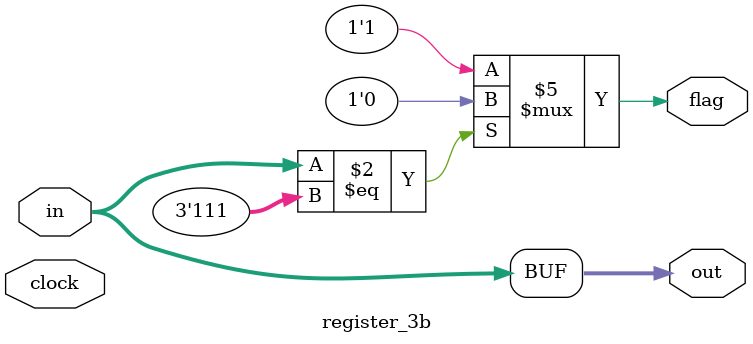
<source format=v>
module register_3b (in,out, flag, clock);
input wire[2:0] in;
output reg [2:0] out;
output reg flag;
input wire clock;



always @(*)
begin
if (out==3'b111)
  begin
   flag<=0;
end
else flag<=1;
end

always @(*)
begin
out<=in;
end
endmodule

</source>
